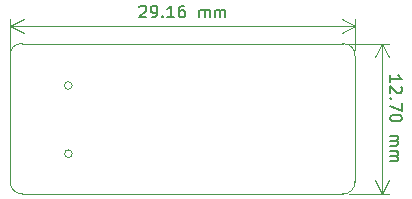
<source format=gbr>
%TF.GenerationSoftware,KiCad,Pcbnew,(6.0.6-0)*%
%TF.CreationDate,2022-08-07T16:54:58+08:00*%
%TF.ProjectId,ST-Link-Nano,53542d4c-696e-46b2-9d4e-616e6f2e6b69,rev?*%
%TF.SameCoordinates,Original*%
%TF.FileFunction,Profile,NP*%
%FSLAX46Y46*%
G04 Gerber Fmt 4.6, Leading zero omitted, Abs format (unit mm)*
G04 Created by KiCad (PCBNEW (6.0.6-0)) date 2022-08-07 16:54:58*
%MOMM*%
%LPD*%
G01*
G04 APERTURE LIST*
%TA.AperFunction,Profile*%
%ADD10C,0.100000*%
%TD*%
%ADD11C,0.150000*%
%TA.AperFunction,Profile*%
%ADD12C,0.120000*%
%TD*%
G04 APERTURE END LIST*
D10*
X87426909Y-85090012D02*
G75*
G03*
X86410911Y-86106000I-127009J-888988D01*
G01*
X114554000Y-97790000D02*
X87426911Y-97790000D01*
X86410899Y-96773999D02*
G75*
G03*
X87426911Y-97790000I944701J-71301D01*
G01*
X114552829Y-85091817D02*
G75*
G03*
X114552829Y-85091817I-1J0D01*
G01*
X87426911Y-85090000D02*
X114552828Y-85091817D01*
X114554000Y-97790000D02*
G75*
G03*
X115570000Y-96774000I76800J939200D01*
G01*
X86410911Y-96774000D02*
X86410911Y-86106000D01*
X115570000Y-86106000D02*
X115570000Y-96774000D01*
X115570016Y-86106001D02*
G75*
G03*
X114552828Y-85091817I-937216J77201D01*
G01*
D11*
X97323788Y-81963619D02*
X97371407Y-81916000D01*
X97466645Y-81868380D01*
X97704740Y-81868380D01*
X97799978Y-81916000D01*
X97847597Y-81963619D01*
X97895216Y-82058857D01*
X97895216Y-82154095D01*
X97847597Y-82296952D01*
X97276169Y-82868380D01*
X97895216Y-82868380D01*
X98371407Y-82868380D02*
X98561883Y-82868380D01*
X98657121Y-82820761D01*
X98704740Y-82773142D01*
X98799978Y-82630285D01*
X98847597Y-82439809D01*
X98847597Y-82058857D01*
X98799978Y-81963619D01*
X98752359Y-81916000D01*
X98657121Y-81868380D01*
X98466645Y-81868380D01*
X98371407Y-81916000D01*
X98323788Y-81963619D01*
X98276169Y-82058857D01*
X98276169Y-82296952D01*
X98323788Y-82392190D01*
X98371407Y-82439809D01*
X98466645Y-82487428D01*
X98657121Y-82487428D01*
X98752359Y-82439809D01*
X98799978Y-82392190D01*
X98847597Y-82296952D01*
X99276169Y-82773142D02*
X99323788Y-82820761D01*
X99276169Y-82868380D01*
X99228550Y-82820761D01*
X99276169Y-82773142D01*
X99276169Y-82868380D01*
X100276169Y-82868380D02*
X99704740Y-82868380D01*
X99990455Y-82868380D02*
X99990455Y-81868380D01*
X99895216Y-82011238D01*
X99799978Y-82106476D01*
X99704740Y-82154095D01*
X101133312Y-81868380D02*
X100942835Y-81868380D01*
X100847597Y-81916000D01*
X100799978Y-81963619D01*
X100704740Y-82106476D01*
X100657121Y-82296952D01*
X100657121Y-82677904D01*
X100704740Y-82773142D01*
X100752359Y-82820761D01*
X100847597Y-82868380D01*
X101038074Y-82868380D01*
X101133312Y-82820761D01*
X101180931Y-82773142D01*
X101228550Y-82677904D01*
X101228550Y-82439809D01*
X101180931Y-82344571D01*
X101133312Y-82296952D01*
X101038074Y-82249333D01*
X100847597Y-82249333D01*
X100752359Y-82296952D01*
X100704740Y-82344571D01*
X100657121Y-82439809D01*
X102419026Y-82868380D02*
X102419026Y-82201714D01*
X102419026Y-82296952D02*
X102466645Y-82249333D01*
X102561883Y-82201714D01*
X102704740Y-82201714D01*
X102799978Y-82249333D01*
X102847597Y-82344571D01*
X102847597Y-82868380D01*
X102847597Y-82344571D02*
X102895216Y-82249333D01*
X102990455Y-82201714D01*
X103133312Y-82201714D01*
X103228550Y-82249333D01*
X103276169Y-82344571D01*
X103276169Y-82868380D01*
X103752359Y-82868380D02*
X103752359Y-82201714D01*
X103752359Y-82296952D02*
X103799978Y-82249333D01*
X103895216Y-82201714D01*
X104038074Y-82201714D01*
X104133312Y-82249333D01*
X104180931Y-82344571D01*
X104180931Y-82868380D01*
X104180931Y-82344571D02*
X104228550Y-82249333D01*
X104323788Y-82201714D01*
X104466645Y-82201714D01*
X104561883Y-82249333D01*
X104609502Y-82344571D01*
X104609502Y-82868380D01*
D10*
X86410911Y-85606000D02*
X86410911Y-82979580D01*
X115570000Y-85606000D02*
X115570000Y-82979580D01*
X86410911Y-83566000D02*
X115570000Y-83566000D01*
X86410911Y-83566000D02*
X115570000Y-83566000D01*
X86410911Y-83566000D02*
X87537415Y-84152421D01*
X86410911Y-83566000D02*
X87537415Y-82979579D01*
X115570000Y-83566000D02*
X114443496Y-82979579D01*
X115570000Y-83566000D02*
X114443496Y-84152421D01*
D11*
X118552746Y-88345300D02*
X118552693Y-87773872D01*
X118552719Y-88059586D02*
X119552719Y-88059494D01*
X119409854Y-87964269D01*
X119314607Y-87869039D01*
X119266979Y-87773806D01*
X119457543Y-88726169D02*
X119505166Y-88773784D01*
X119552794Y-88869017D01*
X119552816Y-89107113D01*
X119505206Y-89202355D01*
X119457591Y-89249979D01*
X119362358Y-89297606D01*
X119267119Y-89297615D01*
X119124258Y-89250009D01*
X118552777Y-88678634D01*
X118552834Y-89297681D01*
X118648111Y-89726244D02*
X118600497Y-89773867D01*
X118552873Y-89726253D01*
X118600488Y-89678629D01*
X118648111Y-89726244D01*
X118552873Y-89726253D01*
X119552908Y-90107113D02*
X119552970Y-90773779D01*
X118552930Y-90345300D01*
X119553023Y-91345208D02*
X119553032Y-91440446D01*
X119505421Y-91535688D01*
X119457807Y-91583312D01*
X119362573Y-91630940D01*
X119172101Y-91678576D01*
X118934006Y-91678598D01*
X118743525Y-91630997D01*
X118648283Y-91583387D01*
X118600659Y-91535772D01*
X118553032Y-91440538D01*
X118553023Y-91345300D01*
X118600633Y-91250058D01*
X118648248Y-91202434D01*
X118743481Y-91154806D01*
X118933953Y-91107170D01*
X119172048Y-91107148D01*
X119362529Y-91154749D01*
X119457771Y-91202360D01*
X119505395Y-91249974D01*
X119553023Y-91345208D01*
X118553163Y-92869110D02*
X119219830Y-92869048D01*
X119124592Y-92869057D02*
X119172215Y-92916672D01*
X119219843Y-93011905D01*
X119219856Y-93154762D01*
X119172246Y-93250005D01*
X119077012Y-93297633D01*
X118553203Y-93297681D01*
X119077012Y-93297633D02*
X119172255Y-93345243D01*
X119219883Y-93440477D01*
X119219896Y-93583334D01*
X119172286Y-93678576D01*
X119077052Y-93726204D01*
X118553243Y-93726253D01*
X118553286Y-94202443D02*
X119219953Y-94202381D01*
X119124715Y-94202390D02*
X119172338Y-94250005D01*
X119219966Y-94345239D01*
X119219979Y-94488096D01*
X119172369Y-94583338D01*
X119077136Y-94630966D01*
X118553326Y-94631014D01*
X119077136Y-94630966D02*
X119172378Y-94678576D01*
X119220006Y-94773810D01*
X119220019Y-94916667D01*
X119172409Y-95011910D01*
X119077175Y-95059538D01*
X118553366Y-95059586D01*
D10*
X115052828Y-85091771D02*
X118441247Y-85091458D01*
X115054000Y-97789954D02*
X118442419Y-97789641D01*
X117854827Y-85091512D02*
X117855999Y-97789695D01*
X117854827Y-85091512D02*
X117855999Y-97789695D01*
X117854827Y-85091512D02*
X117268510Y-86218070D01*
X117854827Y-85091512D02*
X118441352Y-86217962D01*
X117855999Y-97789695D02*
X118442316Y-96663137D01*
X117855999Y-97789695D02*
X117269474Y-96663245D01*
D12*
%TO.C,J1*%
X91645374Y-94412063D02*
G75*
G03*
X91645374Y-94412063I-325000J0D01*
G01*
X91645374Y-88632063D02*
G75*
G03*
X91645374Y-88632063I-325000J0D01*
G01*
%TD*%
M02*

</source>
